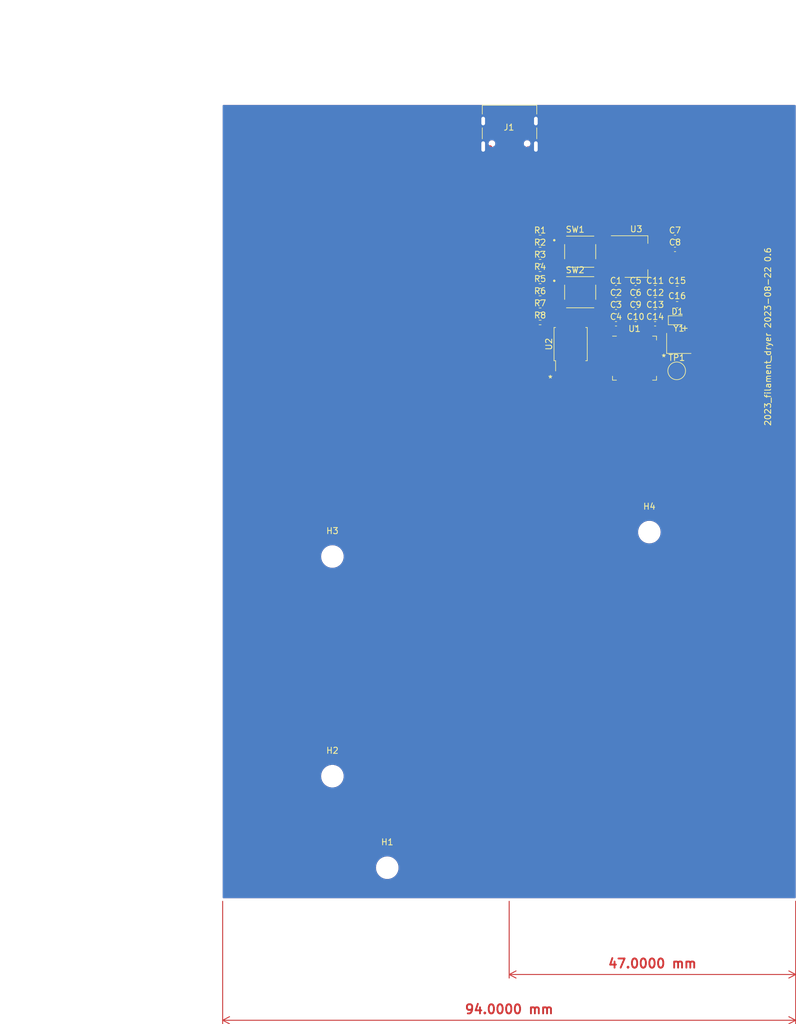
<source format=kicad_pcb>
(kicad_pcb (version 20221018) (generator pcbnew)
  (title_block (title "2023_filament_dryer") (date "2023-08-22") (rev "0.6") (company "Salami Brothers") (comment 1 "Released under MIT Open-source License"))
  (layers (0 "F.Cu" signal) (31 "B.Cu" signal) (34 "B.Paste" user) (35 "F.Paste" user) (36 "B.SilkS" user "B.Silkscreen") (37 "F.SilkS" user "F.Silkscreen") (38 "B.Mask" user) (39 "F.Mask" user) (44 "Edge.Cuts" user))
  (net 0 "")
  (net 1 "GND")
  (net 2 "/USB_D+")
  (net 3 "/USB_D-")
  (net 4 "Net-(J1-CC1)")
  (net 6 "Net-(J1-CC2)")
  (net 8 "+5V")
  (net 9 "+1V1")
  (net 10 "+3V3")
  (net 11 "/XIN")
  (net 12 "Net-(C8-Pad1)")
  (net 13 "Net-(D1-K)")
  (net 14 "Net-(U1-USB-DP)")
  (net 15 "Net-(U1-USB-DM)")
  (net 16 "/RUN")
  (net 17 "/QSPI_SS")
  (net 18 "/XOUT")
  (net 51 "/QSPI_SD3")
  (net 52 "/QSPI_SCLK")
  (net 53 "/QSPI_SD0")
  (net 54 "/QSPI_SD2")
  (net 55 "/QSPI_SD1")
  (footprint "00_project_library:LED_0603_1608Metric" (layer "F.Cu") (at 128.5928 75.2792)
    (fp_text reference "D1" (at 0 -1.43) (layer "F.SilkS"))
    (fp_text value "LED GREEN")
    (fp_text user "+" (at 0.508 1.8288 unlocked) (layer "F.SilkS") (effects (justify left bottom)))
    (fp_line (start -1.485 -0.735) (end -1.485 0.735) (stroke (width 0.12)) (layer "F.SilkS"))
    (fp_line (start -1.485 0.735) (end 0.8 0.735) (stroke (width 0.12)) (layer "F.SilkS"))
    (fp_line (start 0.8 -0.735) (end -1.485 -0.735) (stroke (width 0.12)) (layer "F.SilkS"))
    (pad "1" smd roundrect (at -0.7875 0) (size 0.875 0.95) (layers "F.Cu" "F.Paste" "F.Mask") (net 13 "Net-(D1-K)"))
    (pad "2" smd roundrect (at 0.7875 0) (size 0.875 0.95) (layers "F.Cu" "F.Paste" "F.Mask") (net 10 "+3V3"))
  )
  (footprint "Capacitor_SMD:C_0402_1005Metric_Pad0.74x0.62mm_HandSolder" (layer "F.Cu") (at 118.5228 73.8892)
    (fp_text reference "C3" (at 0 -1.16) (layer "F.SilkS"))
    (fp_text value "1u")
    (fp_line (start -0.115835 -0.36) (end 0.115835 -0.36) (stroke (width 0.12)) (layer "F.SilkS"))
    (fp_line (start -0.115835 0.36) (end 0.115835 0.36) (stroke (width 0.12)) (layer "F.SilkS"))
    (pad "1" smd roundrect (at -0.5675 0) (size 0.735 0.62) (layers "F.Cu" "F.Paste" "F.Mask") (net 9 "+1V1"))
    (pad "2" smd roundrect (at 0.5675 0) (size 0.735 0.62) (layers "F.Cu" "F.Paste" "F.Mask") (net 1 "GND"))
  )
  (footprint "Capacitor_SMD:C_0402_1005Metric_Pad0.74x0.62mm_HandSolder" (layer "F.Cu") (at 121.7328 69.9492)
    (fp_text reference "C5" (at 0 -1.16) (layer "F.SilkS"))
    (fp_text value "100n")
    (fp_line (start -0.115835 -0.36) (end 0.115835 -0.36) (stroke (width 0.12)) (layer "F.SilkS"))
    (fp_line (start -0.115835 0.36) (end 0.115835 0.36) (stroke (width 0.12)) (layer "F.SilkS"))
    (pad "1" smd roundrect (at -0.5675 0) (size 0.735 0.62) (layers "F.Cu" "F.Paste" "F.Mask") (net 10 "+3V3"))
    (pad "2" smd roundrect (at 0.5675 0) (size 0.735 0.62) (layers "F.Cu" "F.Paste" "F.Mask") (net 1 "GND"))
  )
  (footprint "Capacitor_SMD:C_0402_1005Metric_Pad0.74x0.62mm_HandSolder" (layer "F.Cu") (at 121.7328 75.8592)
    (fp_text reference "C10" (at 0 -1.16) (layer "F.SilkS"))
    (fp_text value "100n")
    (fp_line (start -0.115835 -0.36) (end 0.115835 -0.36) (stroke (width 0.12)) (layer "F.SilkS"))
    (fp_line (start -0.115835 0.36) (end 0.115835 0.36) (stroke (width 0.12)) (layer "F.SilkS"))
    (pad "1" smd roundrect (at -0.5675 0) (size 0.735 0.62) (layers "F.Cu" "F.Paste" "F.Mask") (net 10 "+3V3"))
    (pad "2" smd roundrect (at 0.5675 0) (size 0.735 0.62) (layers "F.Cu" "F.Paste" "F.Mask") (net 1 "GND"))
  )
  (footprint "Capacitor_SMD:C_0402_1005Metric" (layer "F.Cu") (at 128.2028 61.6992)
    (fp_text reference "C7" (at 0 -1.16) (layer "F.SilkS"))
    (fp_text value "30p")
    (fp_line (start -0.107836 -0.36) (end 0.107836 -0.36) (stroke (width 0.12)) (layer "F.SilkS"))
    (fp_line (start -0.107836 0.36) (end 0.107836 0.36) (stroke (width 0.12)) (layer "F.SilkS"))
    (pad "1" smd roundrect (at -0.48 0) (size 0.56 0.62) (layers "F.Cu" "F.Paste" "F.Mask") (net 11 "/XIN"))
    (pad "2" smd roundrect (at 0.48 0) (size 0.56 0.62) (layers "F.Cu" "F.Paste" "F.Mask") (net 1 "GND"))
  )
  (footprint "00_project_library:SW_TS-1187A-B-A-B" (layer "F.Cu") (at 112.6478 70.6892)
    (fp_text reference "SW2" (at -0.825 -3.635) (layer "F.SilkS"))
    (fp_text value "SW_MEC_5E")
    (fp_line (start -2.55 -1.18) (end -2.55 1.18) (stroke (width 0.127)) (layer "F.SilkS"))
    (fp_line (start 2.25 -2.55) (end -2.25 -2.55) (stroke (width 0.127)) (layer "F.SilkS"))
    (fp_line (start 2.25 2.55) (end -2.25 2.55) (stroke (width 0.127)) (layer "F.SilkS"))
    (fp_line (start 2.55 1.18) (end 2.55 -1.18) (stroke (width 0.127)) (layer "F.SilkS"))
    (fp_circle (center -4.25 -1.875) (end -4.15 -1.875) (stroke (width 0.2)) (fill none) (layer "F.SilkS"))
    (pad "1" smd rect (at -3 -1.875) (size 1 0.75) (layers "F.Cu" "F.Paste" "F.Mask") (net 1 "GND"))
    (pad "2" smd rect (at 3 -1.875) (size 1 0.75) (layers "F.Cu" "F.Paste" "F.Mask") (net 1 "GND"))
    (pad "3" smd rect (at -3 1.875) (size 1 0.75) (layers "F.Cu" "F.Paste" "F.Mask") (net 17 "/QSPI_SS"))
    (pad "4" smd rect (at 3 1.875) (size 1 0.75) (layers "F.Cu" "F.Paste" "F.Mask") (net 17 "/QSPI_SS"))
  )
  (footprint "Capacitor_SMD:C_0402_1005Metric_Pad0.74x0.62mm_HandSolder" (layer "F.Cu") (at 118.5228 69.9492)
    (fp_text reference "C1" (at 0 -1.16) (layer "F.SilkS"))
    (fp_text value "100n")
    (fp_line (start -0.115835 -0.36) (end 0.115835 -0.36) (stroke (width 0.12)) (layer "F.SilkS"))
    (fp_line (start -0.115835 0.36) (end 0.115835 0.36) (stroke (width 0.12)) (layer "F.SilkS"))
    (pad "1" smd roundrect (at -0.5675 0) (size 0.735 0.62) (layers "F.Cu" "F.Paste" "F.Mask") (net 9 "+1V1"))
    (pad "2" smd roundrect (at 0.5675 0) (size 0.735 0.62) (layers "F.Cu" "F.Paste" "F.Mask") (net 1 "GND"))
  )
  (footprint "MountingHole:MountingHole_3.2mm_M3" (layer "F.Cu") (at 72 114)
    (fp_text reference "H3" (at 0 -4.2) (layer "F.SilkS"))
    (fp_text value "MountingHole")
    (pad "" np_thru_hole circle locked (at 0 0) (size 3.2 3.2) (drill 3.2) (layers "*.Cu" "*.Mask"))
  )
  (footprint "Capacitor_SMD:C_0603_1608Metric" (layer "F.Cu") (at 128.5528 70.2192)
    (fp_text reference "C15" (at 0 -1.43) (layer "F.SilkS"))
    (fp_text value "10u")
    (fp_line (start -0.14058 -0.51) (end 0.14058 -0.51) (stroke (width 0.12)) (layer "F.SilkS"))
    (fp_line (start -0.14058 0.51) (end 0.14058 0.51) (stroke (width 0.12)) (layer "F.SilkS"))
    (pad "1" smd roundrect (at -0.775 0) (size 0.9 0.95) (layers "F.Cu" "F.Paste" "F.Mask") (net 8 "+5V"))
    (pad "2" smd roundrect (at 0.775 0) (size 0.9 0.95) (layers "F.Cu" "F.Paste" "F.Mask") (net 1 "GND"))
  )
  (footprint "Resistor_SMD:R_0402_1005Metric_Pad0.72x0.64mm_HandSolder" (layer "F.Cu") (at 106.0728 61.7092)
    (fp_text reference "R1" (at 0 -1.17) (layer "F.SilkS"))
    (fp_text value "5.1K")
    (fp_line (start -0.167621 -0.38) (end 0.167621 -0.38) (stroke (width 0.12)) (layer "F.SilkS"))
    (fp_line (start -0.167621 0.38) (end 0.167621 0.38) (stroke (width 0.12)) (layer "F.SilkS"))
    (pad "1" smd roundrect (at -0.5975 0) (size 0.715 0.64) (layers "F.Cu" "F.Paste" "F.Mask") (net 4 "Net-(J1-CC1)"))
    (pad "2" smd roundrect (at 0.5975 0) (size 0.715 0.64) (layers "F.Cu" "F.Paste" "F.Mask") (net 1 "GND"))
  )
  (footprint "Capacitor_SMD:C_0402_1005Metric_Pad0.74x0.62mm_HandSolder" (layer "F.Cu") (at 121.7328 71.9192)
    (fp_text reference "C6" (at 0 -1.16) (layer "F.SilkS"))
    (fp_text value "100n")
    (fp_line (start -0.115835 -0.36) (end 0.115835 -0.36) (stroke (width 0.12)) (layer "F.SilkS"))
    (fp_line (start -0.115835 0.36) (end 0.115835 0.36) (stroke (width 0.12)) (layer "F.SilkS"))
    (pad "1" smd roundrect (at -0.5675 0) (size 0.735 0.62) (layers "F.Cu" "F.Paste" "F.Mask") (net 10 "+3V3"))
    (pad "2" smd roundrect (at 0.5675 0) (size 0.735 0.62) (layers "F.Cu" "F.Paste" "F.Mask") (net 1 "GND"))
  )
  (footprint "Package_TO_SOT_SMD:SOT-223-3_TabPin2" (layer "F.Cu") (at 121.8428 64.8392)
    (fp_text reference "U3" (at 0 -4.5) (layer "F.SilkS"))
    (fp_text value "AMS1117-3.3")
    (fp_line (start -4.1 -3.41) (end 1.91 -3.41) (stroke (width 0.12)) (layer "F.SilkS"))
    (fp_line (start -1.85 3.41) (end 1.91 3.41) (stroke (width 0.12)) (layer "F.SilkS"))
    (fp_line (start 1.91 -3.41) (end 1.91 -2.15) (stroke (width 0.12)) (layer "F.SilkS"))
    (fp_line (start 1.91 3.41) (end 1.91 2.15) (stroke (width 0.12)) (layer "F.SilkS"))
    (pad "1" smd rect (at -3.15 -2.3) (size 2 1.5) (layers "F.Cu" "F.Paste" "F.Mask") (net 1 "GND"))
    (pad "2" smd rect (at -3.15 0) (size 2 1.5) (layers "F.Cu" "F.Paste" "F.Mask") (net 10 "+3V3"))
    (pad "2" smd rect (at 3.15 0) (size 2 3.8) (layers "F.Cu" "F.Paste" "F.Mask") (net 10 "+3V3"))
    (pad "3" smd rect (at -3.15 2.3) (size 2 1.5) (layers "F.Cu" "F.Paste" "F.Mask") (net 8 "+5V"))
  )
  (footprint "Capacitor_SMD:C_0402_1005Metric_Pad0.74x0.62mm_HandSolder" (layer "F.Cu") (at 124.9428 69.9492)
    (fp_text reference "C11" (at 0 -1.16) (layer "F.SilkS"))
    (fp_text value "100n")
    (fp_line (start -0.115835 -0.36) (end 0.115835 -0.36) (stroke (width 0.12)) (layer "F.SilkS"))
    (fp_line (start -0.115835 0.36) (end 0.115835 0.36) (stroke (width 0.12)) (layer "F.SilkS"))
    (pad "1" smd roundrect (at -0.5675 0) (size 0.735 0.62) (layers "F.Cu" "F.Paste" "F.Mask") (net 10 "+3V3"))
    (pad "2" smd roundrect (at 0.5675 0) (size 0.735 0.62) (layers "F.Cu" "F.Paste" "F.Mask") (net 1 "GND"))
  )
  (footprint "Resistor_SMD:R_0402_1005Metric_Pad0.72x0.64mm_HandSolder" (layer "F.Cu") (at 106.0728 69.6692)
    (fp_text reference "R5" (at 0 -1.17) (layer "F.SilkS"))
    (fp_text value "10K")
    (fp_line (start -0.167621 -0.38) (end 0.167621 -0.38) (stroke (width 0.12)) (layer "F.SilkS"))
    (fp_line (start -0.167621 0.38) (end 0.167621 0.38) (stroke (width 0.12)) (layer "F.SilkS"))
    (pad "1" smd roundrect (at -0.5975 0) (size 0.715 0.64) (layers "F.Cu" "F.Paste" "F.Mask") (net 10 "+3V3"))
    (pad "2" smd roundrect (at 0.5975 0) (size 0.715 0.64) (layers "F.Cu" "F.Paste" "F.Mask") (net 16 "/RUN"))
  )
  (footprint "Resistor_SMD:R_0402_1005Metric_Pad0.72x0.64mm_HandSolder" (layer "F.Cu") (at 106.0728 65.6892)
    (fp_text reference "R3" (at 0 -1.17) (layer "F.SilkS"))
    (fp_text value "27R")
    (fp_line (start -0.167621 -0.38) (end 0.167621 -0.38) (stroke (width 0.12)) (layer "F.SilkS"))
    (fp_line (start -0.167621 0.38) (end 0.167621 0.38) (stroke (width 0.12)) (layer "F.SilkS"))
    (pad "1" smd roundrect (at -0.5975 0) (size 0.715 0.64) (layers "F.Cu" "F.Paste" "F.Mask") (net 2 "/USB_D+"))
    (pad "2" smd roundrect (at 0.5975 0) (size 0.715 0.64) (layers "F.Cu" "F.Paste" "F.Mask") (net 14 "Net-(U1-USB-DP)"))
  )
  (footprint "MountingHole:MountingHole_3.2mm_M3" (layer "F.Cu") (at 72 150)
    (fp_text reference "H2" (at 0 -4.2) (layer "F.SilkS"))
    (fp_text value "MountingHole")
    (pad "" np_thru_hole circle locked (at 0 0) (size 3.2 3.2) (drill 3.2) (layers "*.Cu" "*.Mask"))
  )
  (footprint "Capacitor_SMD:C_0603_1608Metric" (layer "F.Cu") (at 128.5528 72.7292)
    (fp_text reference "C16" (at 0 -1.43) (layer "F.SilkS"))
    (fp_text value "10u")
    (fp_line (start -0.14058 -0.51) (end 0.14058 -0.51) (stroke (width 0.12)) (layer "F.SilkS"))
    (fp_line (start -0.14058 0.51) (end 0.14058 0.51) (stroke (width 0.12)) (layer "F.SilkS"))
    (pad "1" smd roundrect (at -0.775 0) (size 0.9 0.95) (layers "F.Cu" "F.Paste" "F.Mask") (net 10 "+3V3"))
    (pad "2" smd roundrect (at 0.775 0) (size 0.9 0.95) (layers "F.Cu" "F.Paste" "F.Mask") (net 1 "GND"))
  )
  (footprint "00_project_library:SW_TS-1187A-B-A-B" (layer "F.Cu") (at 112.6478 64.0392)
    (fp_text reference "SW1" (at -0.825 -3.635) (layer "F.SilkS"))
    (fp_text value "SW_MEC_5E")
    (fp_line (start -2.55 -1.18) (end -2.55 1.18) (stroke (width 0.127)) (layer "F.SilkS"))
    (fp_line (start 2.25 -2.55) (end -2.25 -2.55) (stroke (width 0.127)) (layer "F.SilkS"))
    (fp_line (start 2.25 2.55) (end -2.25 2.55) (stroke (width 0.127)) (layer "F.SilkS"))
    (fp_line (start 2.55 1.18) (end 2.55 -1.18) (stroke (width 0.127)) (layer "F.SilkS"))
    (fp_circle (center -4.25 -1.875) (end -4.15 -1.875) (stroke (width 0.2)) (fill none) (layer "F.SilkS"))
    (pad "1" smd rect (at -3 -1.875) (size 1 0.75) (layers "F.Cu" "F.Paste" "F.Mask") (net 1 "GND"))
    (pad "2" smd rect (at 3 -1.875) (size 1 0.75) (layers "F.Cu" "F.Paste" "F.Mask") (net 1 "GND"))
    (pad "3" smd rect (at -3 1.875) (size 1 0.75) (layers "F.Cu" "F.Paste" "F.Mask") (net 16 "/RUN"))
    (pad "4" smd rect (at 3 1.875) (size 1 0.75) (layers "F.Cu" "F.Paste" "F.Mask") (net 16 "/RUN"))
  )
  (footprint "Capacitor_SMD:C_0402_1005Metric_Pad0.74x0.62mm_HandSolder" (layer "F.Cu") (at 118.5228 75.8592)
    (fp_text reference "C4" (at 0 -1.16) (layer "F.SilkS"))
    (fp_text value "1u")
    (fp_line (start -0.115835 -0.36) (end 0.115835 -0.36) (stroke (width 0.12)) (layer "F.SilkS"))
    (fp_line (start -0.115835 0.36) (end 0.115835 0.36) (stroke (width 0.12)) (layer "F.SilkS"))
    (pad "1" smd roundrect (at -0.5675 0) (size 0.735 0.62) (layers "F.Cu" "F.Paste" "F.Mask") (net 10 "+3V3"))
    (pad "2" smd roundrect (at 0.5675 0) (size 0.735 0.62) (layers "F.Cu" "F.Paste" "F.Mask") (net 1 "GND"))
  )
  (footprint "MountingHole:MountingHole_3.2mm_M3" (layer "F.Cu") (at 124 110)
    (fp_text reference "H4" (at 0 -4.2) (layer "F.SilkS"))
    (fp_text value "MountingHole")
    (pad "" np_thru_hole circle locked (at 0 0) (size 3.2 3.2) (drill 3.2) (layers "*.Cu" "*.Mask"))
  )
  (footprint "Capacitor_SMD:C_0402_1005Metric_Pad0.74x0.62mm_HandSolder" (layer "F.Cu") (at 124.9428 73.8892)
    (fp_text reference "C13" (at 0 -1.16) (layer "F.SilkS"))
    (fp_text value "100n")
    (fp_line (start -0.115835 -0.36) (end 0.115835 -0.36) (stroke (width 0.12)) (layer "F.SilkS"))
    (fp_line (start -0.115835 0.36) (end 0.115835 0.36) (stroke (width 0.12)) (layer "F.SilkS"))
    (pad "1" smd roundrect (at -0.5675 0) (size 0.735 0.62) (layers "F.Cu" "F.Paste" "F.Mask") (net 10 "+3V3"))
    (pad "2" smd roundrect (at 0.5675 0) (size 0.735 0.62) (layers "F.Cu" "F.Paste" "F.Mask") (net 1 "GND"))
  )
  (footprint "Capacitor_SMD:C_0402_1005Metric_Pad0.74x0.62mm_HandSolder" (layer "F.Cu") (at 118.5228 71.9192)
    (fp_text reference "C2" (at 0 -1.16) (layer "F.SilkS"))
    (fp_text value "100n")
    (fp_line (start -0.115835 -0.36) (end 0.115835 -0.36) (stroke (width 0.12)) (layer "F.SilkS"))
    (fp_line (start -0.115835 0.36) (end 0.115835 0.36) (stroke (width 0.12)) (layer "F.SilkS"))
    (pad "1" smd roundrect (at -0.5675 0) (size 0.735 0.62) (layers "F.Cu" "F.Paste" "F.Mask") (net 9 "+1V1"))
    (pad "2" smd roundrect (at 0.5675 0) (size 0.735 0.62) (layers "F.Cu" "F.Paste" "F.Mask") (net 1 "GND"))
  )
  (footprint "TestPoint:TestPoint_Pad_D2.5mm" (layer "F.Cu") (at 128.4828 83.5692)
    (fp_text reference "TP1" (at 0 -2.148) (layer "F.SilkS"))
    (fp_text value "TestPoint")
    (fp_circle (center 0 0) (end 0 1.45) (stroke (width 0.12)) (fill none) (layer "F.SilkS"))
    (pad "1" smd circle (at 0 0) (size 2.5 2.5) (layers "F.Cu" "F.Mask") (net 17 "/QSPI_SS"))
  )
  (footprint "Package_DFN_QFN:QFN-56-1EP_7x7mm_P0.4mm_EP5.6x5.6mm" (layer "F.Cu") (at 121.5628 81.4892)
    (fp_text reference "U1" (at 0 -4.82) (layer "F.SilkS"))
    (fp_text value "RP2040")
    (fp_line (start -3.61 3.61) (end -3.61 2.96) (stroke (width 0.12)) (layer "F.SilkS"))
    (fp_line (start -2.96 -3.61) (end -3.61 -3.61) (stroke (width 0.12)) (layer "F.SilkS"))
    (fp_line (start -2.96 3.61) (end -3.61 3.61) (stroke (width 0.12)) (layer "F.SilkS"))
    (fp_line (start 2.96 -3.61) (end 3.61 -3.61) (stroke (width 0.12)) (layer "F.SilkS"))
    (fp_line (start 2.96 3.61) (end 3.61 3.61) (stroke (width 0.12)) (layer "F.SilkS"))
    (fp_line (start 3.61 -3.61) (end 3.61 -2.96) (stroke (width 0.12)) (layer "F.SilkS"))
    (fp_line (start 3.61 3.61) (end 3.61 2.96) (stroke (width 0.12)) (layer "F.SilkS"))
    (pad "1" smd roundrect (at -3.4375 -2.6) (size 0.875 0.2) (layers "F.Cu" "F.Paste" "F.Mask") (net 10 "+3V3"))
    (pad "2" smd roundrect (at -3.4375 -2.2) (size 0.875 0.2) (layers "F.Cu" "F.Paste" "F.Mask"))
    (pad "3" smd roundrect (at -3.4375 -1.8) (size 0.875 0.2) (layers "F.Cu" "F.Paste" "F.Mask"))
    (pad "4" smd roundrect (at -3.4375 -1.4) (size 0.875 0.2) (layers "F.Cu" "F.Paste" "F.Mask"))
    (pad "5" smd roundrect (at -3.4375 -1) (size 0.875 0.2) (layers "F.Cu" "F.Paste" "F.Mask"))
    (pad "6" smd roundrect (at -3.4375 -0.6) (size 0.875 0.2) (layers "F.Cu" "F.Paste" "F.Mask"))
    (pad "7" smd roundrect (at -3.4375 -0.2) (size 0.875 0.2) (layers "F.Cu" "F.Paste" "F.Mask"))
    (pad "8" smd roundrect (at -3.4375 0.2) (size 0.875 0.2) (layers "F.Cu" "F.Paste" "F.Mask"))
    (pad "9" smd roundrect (at -3.4375 0.6) (size 0.875 0.2) (layers "F.Cu" "F.Paste" "F.Mask"))
    (pad "10" smd roundrect (at -3.4375 1) (size 0.875 0.2) (layers "F.Cu" "F.Paste" "F.Mask") (net 10 "+3V3"))
    (pad "11" smd roundrect (at -3.4375 1.4) (size 0.875 0.2) (layers "F.Cu" "F.Paste" "F.Mask"))
    (pad "12" smd roundrect (at -3.4375 1.8) (size 0.875 0.2) (layers "F.Cu" "F.Paste" "F.Mask"))
    (pad "13" smd roundrect (at -3.4375 2.2) (size 0.875 0.2) (layers "F.Cu" "F.Paste" "F.Mask"))
    (pad "14" smd roundrect (at -3.4375 2.6) (size 0.875 0.2) (layers "F.Cu" "F.Paste" "F.Mask"))
    (pad "15" smd roundrect (at -2.6 3.4375) (size 0.2 0.875) (layers "F.Cu" "F.Paste" "F.Mask"))
    (pad "16" smd roundrect (at -2.2 3.4375) (size 0.2 0.875) (layers "F.Cu" "F.Paste" "F.Mask"))
    (pad "17" smd roundrect (at -1.8 3.4375) (size 0.2 0.875) (layers "F.Cu" "F.Paste" "F.Mask"))
    (pad "18" smd roundrect (at -1.4 3.4375) (size 0.2 0.875) (layers "F.Cu" "F.Paste" "F.Mask"))
    (pad "19" smd roundrect (at -1 3.4375) (size 0.2 0.875) (layers "F.Cu" "F.Paste" "F.Mask") (net 1 "GND"))
    (pad "20" smd roundrect (at -0.6 3.4375) (size 0.2 0.875) (layers "F.Cu" "F.Paste" "F.Mask") (net 11 "/XIN"))
    (pad "21" smd roundrect (at -0.2 3.4375) (size 0.2 0.875) (layers "F.Cu" "F.Paste" "F.Mask") (net 18 "/XOUT"))
    (pad "22" smd roundrect (at 0.2 3.4375) (size 0.2 0.875) (layers "F.Cu" "F.Paste" "F.Mask") (net 10 "+3V3"))
    (pad "23" smd roundrect (at 0.6 3.4375) (size 0.2 0.875) (layers "F.Cu" "F.Paste" "F.Mask") (net 9 "+1V1"))
    (pad "24" smd roundrect (at 1 3.4375) (size 0.2 0.875) (layers "F.Cu" "F.Paste" "F.Mask"))
    (pad "25" smd roundrect (at 1.4 3.4375) (size 0.2 0.875) (layers "F.Cu" "F.Paste" "F.Mask"))
    (pad "26" smd roundrect (at 1.8 3.4375) (size 0.2 0.875) (layers "F.Cu" "F.Paste" "F.Mask") (net 16 "/RUN"))
    (pad "27" smd roundrect (at 2.2 3.4375) (size 0.2 0.875) (layers "F.Cu" "F.Paste" "F.Mask"))
    (pad "28" smd roundrect (at 2.6 3.4375) (size 0.2 0.875) (layers "F.Cu" "F.Paste" "F.Mask"))
    (pad "29" smd roundrect (at 3.4375 2.6) (size 0.875 0.2) (layers "F.Cu" "F.Paste" "F.Mask"))
    (pad "30" smd roundrect (at 3.4375 2.2) (size 0.875 0.2) (layers "F.Cu" "F.Paste" "F.Mask"))
    (pad "31" smd roundrect (at 3.4375 1.8) (size 0.875 0.2) (layers "F.Cu" "F.Paste" "F.Mask"))
    (pad "32" smd roundrect (at 3.4375 1.4) (size 0.875 0.2) (layers "F.Cu" "F.Paste" "F.Mask"))
    (pad "33" smd roundrect (at 3.4375 1) (size 0.875 0.2) (layers "F.Cu" "F.Paste" "F.Mask") (net 10 "+3V3"))
    (pad "34" smd roundrect (at 3.4375 0.6) (size 0.875 0.2) (layers "F.Cu" "F.Paste" "F.Mask"))
    (pad "35" smd roundrect (at 3.4375 0.2) (size 0.875 0.2) (layers "F.Cu" "F.Paste" "F.Mask"))
    (pad "36" smd roundrect (at 3.4375 -0.2) (size 0.875 0.2) (layers "F.Cu" "F.Paste" "F.Mask"))
    (pad "37" smd roundrect (at 3.4375 -0.6) (size 0.875 0.2) (layers "F.Cu" "F.Paste" "F.Mask"))
    (pad "38" smd roundrect (at 3.4375 -1) (size 0.875 0.2) (layers "F.Cu" "F.Paste" "F.Mask"))
    (pad "39" smd roundrect (at 3.4375 -1.4) (size 0.875 0.2) (layers "F.Cu" "F.Paste" "F.Mask"))
    (pad "40" smd roundrect (at 3.4375 -1.8) (size 0.875 0.2) (layers "F.Cu" "F.Paste" "F.Mask"))
    (pad "41" smd roundrect (at 3.4375 -2.2) (size 0.875 0.2) (layers "F.Cu" "F.Paste" "F.Mask"))
    (pad "42" smd roundrect (at 3.4375 -2.6) (size 0.875 0.2) (layers "F.Cu" "F.Paste" "F.Mask") (net 10 "+3V3"))
    (pad "43" smd roundrect (at 2.6 -3.4375) (size 0.2 0.875) (layers "F.Cu" "F.Paste" "F.Mask") (net 10 "+3V3"))
    (pad "44" smd roundrect (at 2.2 -3.4375) (size 0.2 0.875) (layers "F.Cu" "F.Paste" "F.Mask") (net 10 "+3V3"))
    (pad "45" smd roundrect (at 1.8 -3.4375) (size 0.2 0.875) (layers "F.Cu" "F.Paste" "F.Mask") (net 9 "+1V1"))
    (pad "46" smd roundrect (at 1.4 -3.4375) (size 0.2 0.875) (layers "F.Cu" "F.Paste" "F.Mask") (net 15 "Net-(U1-USB-DM)"))
    (pad "47" smd roundrect (at 1 -3.4375) (size 0.2 0.875) (layers "F.Cu" "F.Paste" "F.Mask") (net 14 "Net-(U1-USB-DP)"))
    (pad "48" smd roundrect (at 0.6 -3.4375) (size 0.2 0.875) (layers "F.Cu" "F.Paste" "F.Mask") (net 10 "+3V3"))
    (pad "49" smd roundrect (at 0.2 -3.4375) (size 0.2 0.875) (layers "F.Cu" "F.Paste" "F.Mask") (net 10 "+3V3"))
    (pad "50" smd roundrect (at -0.2 -3.4375) (size 0.2 0.875) (layers "F.Cu" "F.Paste" "F.Mask") (net 9 "+1V1"))
    (pad "51" smd roundrect (at -0.6 -3.4375) (size 0.2 0.875) (layers "F.Cu" "F.Paste" "F.Mask") (net 51 "/QSPI_SD3"))
    (pad "52" smd roundrect (at -1 -3.4375) (size 0.2 0.875) (layers "F.Cu" "F.Paste" "F.Mask") (net 52 "/QSPI_SCLK"))
    (pad "53" smd roundrect (at -1.4 -3.4375) (size 0.2 0.875) (layers "F.Cu" "F.Paste" "F.Mask") (net 53 "/QSPI_SD0"))
    (pad "54" smd roundrect (at -1.8 -3.4375) (size 0.2 0.875) (layers "F.Cu" "F.Paste" "F.Mask") (net 54 "/QSPI_SD2"))
    (pad "55" smd roundrect (at -2.2 -3.4375) (size 0.2 0.875) (layers "F.Cu" "F.Paste" "F.Mask") (net 55 "/QSPI_SD1"))
    (pad "56" smd roundrect (at -2.6 -3.4375) (size 0.2 0.875) (layers "F.Cu" "F.Paste" "F.Mask") (net 17 "/QSPI_SS"))
    (pad "57" smd rect (at 0 0) (size 5.6 5.6) (layers "F.Cu" "F.Mask") (net 1 "GND"))
  )
  (footprint "MountingHole:MountingHole_3.2mm_M3" (layer "F.Cu") (at 81 165)
    (fp_text reference "H1" (at 0 -4.2) (layer "F.SilkS"))
    (fp_text value "MountingHole")
    (pad "" np_thru_hole circle locked (at 0 0) (size 3.2 3.2) (drill 3.2) (layers "*.Cu" "*.Mask"))
  )
  (footprint "Capacitor_SMD:C_0402_1005Metric_Pad0.74x0.62mm_HandSolder" (layer "F.Cu") (at 124.9428 71.9192)
    (fp_text reference "C12" (at 0 -1.16) (layer "F.SilkS"))
    (fp_text value "100n")
    (fp_line (start -0.115835 -0.36) (end 0.115835 -0.36) (stroke (width 0.12)) (layer "F.SilkS"))
    (fp_line (start -0.115835 0.36) (end 0.115835 0.36) (stroke (width 0.12)) (layer "F.SilkS"))
    (pad "1" smd roundrect (at -0.5675 0) (size 0.735 0.62) (layers "F.Cu" "F.Paste" "F.Mask") (net 10 "+3V3"))
    (pad "2" smd roundrect (at 0.5675 0) (size 0.735 0.62) (layers "F.Cu" "F.Paste" "F.Mask") (net 1 "GND"))
  )
  (footprint "Capacitor_SMD:C_0402_1005Metric_Pad0.74x0.62mm_HandSolder" (layer "F.Cu") (at 124.9428 75.8592)
    (fp_text reference "C14" (at 0 -1.16) (layer "F.SilkS"))
    (fp_text value "100n")
    (fp_line (start -0.115835 -0.36) (end 0.115835 -0.36) (stroke (width 0.12)) (layer "F.SilkS"))
    (fp_line (start -0.115835 0.36) (end 0.115835 0.36) (stroke (width 0.12)) (layer "F.SilkS"))
    (pad "1" smd roundrect (at -0.5675 0) (size 0.735 0.62) (layers "F.Cu" "F.Paste" "F.Mask") (net 10 "+3V3"))
    (pad "2" smd roundrect (at 0.5675 0) (size 0.735 0.62) (layers "F.Cu" "F.Paste" "F.Mask") (net 1 "GND"))
  )
  (footprint "Resistor_SMD:R_0402_1005Metric_Pad0.72x0.64mm_HandSolder" (layer "F.Cu") (at 106.0728 63.6992)
    (fp_text reference "R2" (at 0 -1.17) (layer "F.SilkS"))
    (fp_text value "5.1K")
    (fp_line (start -0.167621 -0.38) (end 0.167621 -0.38) (stroke (width 0.12)) (layer "F.SilkS"))
    (fp_line (start -0.167621 0.38) (end 0.167621 0.38) (stroke (width 0.12)) (layer "F.SilkS"))
    (pad "1" smd roundrect (at -0.5975 0) (size 0.715 0.64) (layers "F.Cu" "F.Paste" "F.Mask") (net 6 "Net-(J1-CC2)"))
    (pad "2" smd roundrect (at 0.5975 0) (size 0.715 0.64) (layers "F.Cu" "F.Paste" "F.Mask") (net 1 "GND"))
  )
  (footprint "Resistor_SMD:R_0402_1005Metric_Pad0.72x0.64mm_HandSolder" (layer "F.Cu") (at 106.0728 67.6792)
    (fp_text reference "R4" (at 0 -1.17) (layer "F.SilkS"))
    (fp_text value "27R")
    (fp_line (start -0.167621 -0.38) (end 0.167621 -0.38) (stroke (width 0.12)) (layer "F.SilkS"))
    (fp_line (start -0.167621 0.38) (end 0.167621 0.38) (stroke (width 0.12)) (layer "F.SilkS"))
    (pad "1" smd roundrect (at -0.5975 0) (size 0.715 0.64) (layers "F.Cu" "F.Paste" "F.Mask") (net 3 "/USB_D-"))
    (pad "2" smd roundrect (at 0.5975 0) (size 0.715 0.64) (layers "F.Cu" "F.Paste" "F.Mask") (net 15 "Net-(U1-USB-DM)"))
  )
  (footprint "Resistor_SMD:R_0402_1005Metric_Pad0.72x0.64mm_HandSolder" (layer "F.Cu") (at 106.0728 75.6392)
    (fp_text reference "R8" (at 0 -1.17) (layer "F.SilkS"))
    (fp_text value "1k")
    (fp_line (start -0.167621 -0.38) (end 0.167621 -0.38) (stroke (width 0.12)) (layer "F.SilkS"))
    (fp_line (start -0.167621 0.38) (end 0.167621 0.38) (stroke (width 0.12)) (layer "F.SilkS"))
    (pad "1" smd roundrect (at -0.5975 0) (size 0.715 0.64) (layers "F.Cu" "F.Paste" "F.Mask") (net 18 "/XOUT"))
    (pad "2" smd roundrect (at 0.5975 0) (size 0.715 0.64) (layers "F.Cu" "F.Paste" "F.Mask") (net 12 "Net-(C8-Pad1)"))
  )
  (footprint "Capacitor_SMD:C_0402_1005Metric" (layer "F.Cu") (at 128.2028 63.6692)
    (fp_text reference "C8" (at 0 -1.16) (layer "F.SilkS"))
    (fp_text value "30p")
    (fp_line (start -0.107836 -0.36) (end 0.107836 -0.36) (stroke (width 0.12)) (layer "F.SilkS"))
    (fp_line (start -0.107836 0.36) (end 0.107836 0.36) (stroke (width 0.12)) (layer "F.SilkS"))
    (pad "1" smd roundrect (at -0.48 0) (size 0.56 0.62) (layers "F.Cu" "F.Paste" "F.Mask") (net 12 "Net-(C8-Pad1)"))
    (pad "2" smd roundrect (at 0.48 0) (size 0.56 0.62) (layers "F.Cu" "F.Paste" "F.Mask") (net 1 "GND"))
  )
  (footprint "00_project_library:Crystal_SMD_3225-4Pin_3.2x2.5mm" (layer "F.Cu") (at 128.8328 79.0692)
    (fp_text reference "Y1" (at 0 -2.45) (layer "F.SilkS"))
    (fp_text value "Crystal_GND24_Small")
    (fp_text user "*" (at -2.9464 2.8956 unlocked) (layer "F.SilkS") (effects (justify left bottom)))
    (fp_line (start -2 -1.65) (end -2 1.65) (stroke (width 0.12)) (layer "F.SilkS"))
    (fp_line (start -2 1.65) (end 2 1.65) (stroke (width 0.12)) (layer "F.SilkS"))
    (pad "1" smd rect (at -1.1 0.85) (size 1.4 1.2) (layers "F.Cu" "F.Paste" "F.Mask") (net 11 "/XIN"))
    (pad "2" smd rect (at 1.1 0.85) (size 1.4 1.2) (layers "F.Cu" "F.Paste" "F.Mask") (net 1 "GND"))
    (pad "3" smd rect (at 1.1 -0.85) (size 1.4 1.2) (layers "F.Cu" "F.Paste" "F.Mask") (net 12 "Net-(C8-Pad1)"))
    (pad "4" smd rect (at -1.1 -0.85) (size 1.4 1.2) (layers "F.Cu" "F.Paste" "F.Mask") (net 1 "GND"))
  )
  (footprint "Resistor_SMD:R_0402_1005Metric_Pad0.72x0.64mm_HandSolder" (layer "F.Cu") (at 106.0728 71.6592)
    (fp_text reference "R6" (at 0 -1.17) (layer "F.SilkS"))
    (fp_text value "470R")
    (fp_line (start -0.167621 -0.38) (end 0.167621 -0.38) (stroke (width 0.12)) (layer "F.SilkS"))
    (fp_line (start -0.167621 0.38) (end 0.167621 0.38) (stroke (width 0.12)) (layer "F.SilkS"))
    (pad "1" smd roundrect (at -0.5975 0) (size 0.715 0.64) (layers "F.Cu" "F.Paste" "F.Mask") (net 1 "GND"))
    (pad "2" smd roundrect (at 0.5975 0) (size 0.715 0.64) (layers "F.Cu" "F.Paste" "F.Mask") (net 13 "Net-(D1-K)"))
  )
  (footprint "Resistor_SMD:R_0402_1005Metric_Pad0.72x0.64mm_HandSolder" (layer "F.Cu") (at 106.0728 73.6492)
    (fp_text reference "R7" (at 0 -1.17) (layer "F.SilkS"))
    (fp_text value "10K")
    (fp_line (start -0.167621 -0.38) (end 0.167621 -0.38) (stroke (width 0.12)) (layer "F.SilkS"))
    (fp_line (start -0.167621 0.38) (end 0.167621 0.38) (stroke (width 0.12)) (layer "F.SilkS"))
    (pad "1" smd roundrect (at -0.5975 0) (size 0.715 0.64) (layers "F.Cu" "F.Paste" "F.Mask") (net 10 "+3V3"))
    (pad "2" smd roundrect (at 0.5975 0) (size 0.715 0.64) (layers "F.Cu" "F.Paste" "F.Mask") (net 17 "/QSPI_SS"))
  )
  (footprint "Capacitor_SMD:C_0402_1005Metric_Pad0.74x0.62mm_HandSolder" (layer "F.Cu") (at 121.7328 73.8892)
    (fp_text reference "C9" (at 0 -1.16) (layer "F.SilkS"))
    (fp_text value "100n")
    (fp_line (start -0.115835 -0.36) (end 0.115835 -0.36) (stroke (width 0.12)) (layer "F.SilkS"))
    (fp_line (start -0.115835 0.36) (end 0.115835 0.36) (stroke (width 0.12)) (layer "F.SilkS"))
    (pad "1" smd roundrect (at -0.5675 0) (size 0.735 0.62) (layers "F.Cu" "F.Paste" "F.Mask") (net 10 "+3V3"))
    (pad "2" smd roundrect (at 0.5675 0) (size 0.735 0.62) (layers "F.Cu" "F.Paste" "F.Mask") (net 1 "GND"))
  )
  (footprint "00_project_library:SOIC-8_5.23x5.23mm_P1.27mm" (layer "F.Cu") (at 111.0828 79.1892)
    (fp_text reference "U2" (at -3.56 0 90) (layer "F.SilkS"))
    (fp_text value "W25Q128JVS")
    (fp_text user "*" (at -3.81 6.2484 unlocked) (layer "F.SilkS") (effects (justify left bottom)))
    (fp_line (start -2.725 -2.725) (end -2.465 -2.725) (stroke (width 0.12)) (layer "F.SilkS"))
    (fp_line (start -2.725 0) (end -2.725 -2.725) (stroke (width 0.12)) (layer "F.SilkS"))
    (fp_line (start -2.725 0) (end -2.725 2.725) (stroke (width 0.12)) (layer "F.SilkS"))
    (fp_line (start -2.725 2.725) (end -2.465 2.725) (stroke (width 0.12)) (layer "F.SilkS"))
    (fp_line (start -2.465 2.725) (end -2.465 4.4) (stroke (width 0.12)) (layer "F.SilkS"))
    (fp_line (start 2.725 -2.725) (end 2.465 -2.725) (stroke (width 0.12)) (layer "F.SilkS"))
    (fp_line (start 2.725 0) (end 2.725 -2.725) (stroke (width 0.12)) (layer "F.SilkS"))
    (fp_line (start 2.725 0) (end 2.725 2.725) (stroke (width 0.12)) (layer "F.SilkS"))
    (fp_line (start 2.725 2.725) (end 2.465 2.725) (stroke (width 0.12)) (layer "F.SilkS"))
    (pad "1" smd roundrect (at -1.905 3.6 90) (size 1.6 0.6) (layers "F.Cu" "F.Paste" "F.Mask") (net 17 "/QSPI_SS"))
    (pad "2" smd roundrect (at -0.635 3.6 90) (size 1.6 0.6) (layers "F.Cu" "F.Paste" "F.Mask") (net 55 "/QSPI_SD1"))
    (pad "3" smd roundrect (at 0.635 3.6 90) (size 1.6 0.6) (layers "F.Cu" "F.Paste" "F.Mask") (net 54 "/QSPI_SD2"))
    (pad "4" smd roundrect (at 1.905 3.6 90) (size 1.6 0.6) (layers "F.Cu" "F.Paste" "F.Mask") (net 1 "GND"))
    (pad "5" smd roundrect (at 1.905 -3.6 90) (size 1.6 0.6) (layers "F.Cu" "F.Paste" "F.Mask") (net 53 "/QSPI_SD0"))
    (pad "6" smd roundrect (at 0.635 -3.6 90) (size 1.6 0.6) (layers "F.Cu" "F.Paste" "F.Mask") (net 52 "/QSPI_SCLK"))
    (pad "7" smd roundrect (at -0.635 -3.6 90) (size 1.6 0.6) (layers "F.Cu" "F.Paste" "F.Mask") (net 51 "/QSPI_SD3"))
    (pad "8" smd roundrect (at -1.905 -3.6 90) (size 1.6 0.6) (layers "F.Cu" "F.Paste" "F.Mask") (net 10 "+3V3"))
  )
  (footprint "00_project_library:USB_C_Receptacle_Palconn_UTC16-G" (layer "F.Cu") (at 101.058 44.875 180)
    (fp_text reference "J1" (at 0.0932 1.2052 180) (layer "F.SilkS"))
    (fp_text value "USB_C_Receptacle_USB2.0")
    (fp_line (start -4.47 -0.67) (end -4.47 1.13) (stroke (width 0.12)) (layer "F.SilkS"))
    (fp_line (start -4.47 4.84) (end -4.47 3.38) (stroke (width 0.12)) (layer "F.SilkS"))
    (fp_line (start 4.47 -0.67) (end 4.47 1.13) (stroke (width 0.12)) (layer "F.SilkS"))
    (fp_line (start 4.47 4.84) (end -4.47 4.84) (stroke (width 0.12)) (layer "F.SilkS"))
    (fp_line (start 4.47 4.84) (end 4.47 3.38) (stroke (width 0.12)) (layer "F.SilkS"))
    (pad "" np_thru_hole circle locked (at -2.89 -1.45) (size 0.6 0.6) (drill 0.6) (layers "*.Cu" "*.Mask"))
    (pad "" np_thru_hole circle locked (at 2.89 -1.45) (size 0.6 0.6) (drill 0.6) (layers "*.Cu" "*.Mask"))
    (pad "A1" smd rect locked (at -3.2 -2.51 180) (size 0.6 1.16) (layers "F.Cu" "F.Paste" "F.Mask") (net 1 "GND"))
    (pad "A4" smd rect locked (at -2.4 -2.51 180) (size 0.6 1.16) (layers "F.Cu" "F.Paste" "F.Mask") (net 8 "+5V"))
    (pad "A5" smd rect locked (at -1.25 -2.51) (size 0.3 1.16) (layers "F.Cu" "F.Paste" "F.Mask") (net 4 "Net-(J1-CC1)"))
    (pad "A6" smd rect locked (at -0.25 -2.51) (size 0.3 1.16) (layers "F.Cu" "F.Paste" "F.Mask") (net 2 "/USB_D+"))
    (pad "A7" smd rect locked (at 0.25 -2.51) (size 0.3 1.16) (layers "F.Cu" "F.Paste" "F.Mask") (net 3 "/USB_D-"))
    (pad "A8" smd rect locked (at 1.25 -2.51) (size 0.3 1.16) (layers "F.Cu" "F.Paste" "F.Mask"))
    (pad "A9" smd rect locked (at 2.4 -2.51 180) (size 0.6 1.16) (layers "F.Cu" "F.Paste" "F.Mask") (net 8 "+5V"))
    (pad "A12" smd rect locked (at 3.2 -2.51 180) (size 0.6 1.16) (layers "F.Cu" "F.Paste" "F.Mask") (net 1 "GND"))
    (pad "B1" smd rect locked (at 3.2 -2.51 180) (size 0.6 1.16) (layers "F.Cu" "F.Paste" "F.Mask") (net 1 "GND"))
    (pad "B4" smd rect locked (at 2.4 -2.51 180) (size 0.6 1.16) (layers "F.Cu" "F.Paste" "F.Mask") (net 8 "+5V"))
    (pad "B5" smd rect locked (at 1.75 -2.51) (size 0.3 1.16) (layers "F.Cu" "F.Paste" "F.Mask") (net 6 "Net-(J1-CC2)"))
    (pad "B6" smd rect locked (at 0.75 -2.51) (size 0.3 1.16) (layers "F.Cu" "F.Paste" "F.Mask") (net 2 "/USB_D+"))
    (pad "B7" smd rect locked (at -0.75 -2.51) (size 0.3 1.16) (layers "F.Cu" "F.Paste" "F.Mask") (net 3 "/USB_D-"))
    (pad "B8" smd rect locked (at -1.75 -2.51) (size 0.3 1.16) (layers "F.Cu" "F.Paste" "F.Mask"))
    (pad "B9" smd rect locked (at -2.4 -2.51 180) (size 0.6 1.16) (layers "F.Cu" "F.Paste" "F.Mask") (net 8 "+5V"))
    (pad "B12" smd rect locked (at -3.2 -2.51 180) (size 0.6 1.16) (layers "F.Cu" "F.Paste" "F.Mask") (net 1 "GND"))
    (pad "S1" thru_hole oval locked (at -4.32 -1.93 270) (size 2 0.9) (drill oval 1.7 0.6) (layers "*.Cu" "*.Mask") (net 1 "GND"))
    (pad "S1" thru_hole oval locked (at -4.32 2.24 270) (size 1.7 0.9) (drill oval 1.4 0.6) (layers "*.Cu" "*.Mask") (net 1 "GND"))
    (pad "S1" thru_hole oval locked (at 4.32 -1.93 270) (size 2 0.9) (drill oval 1.7 0.6) (layers "*.Cu" "*.Mask") (net 1 "GND"))
    (pad "S1" thru_hole oval locked (at 4.32 2.24 270) (size 1.7 0.9) (drill oval 1.4 0.6) (layers "*.Cu" "*.Mask") (net 1 "GND"))
  )
  (gr_text "${TITLE} ${ISSUE_DATE} ${REVISION}" (at 144.0276 92.6824 90) (layer "F.SilkS") (effects (font (size 1 1)) (justify left bottom)))
  (dimension (type aligned) (layer "F.Cu") (pts (xy 54 170) (xy 148 170)) (height 20) (gr_text "94.0000 mm" (at 101 188.2) (layer "F.Cu") (effects (font (size 1.5 1.5) (thickness 0.3)))) (format (prefix "") (suffix "") (units 3) (units_format 1) (precision 4)) (style (thickness 0.15) (arrow_length 1.27) (text_position_mode 0) (extension_height 0.58642) (extension_offset 0.5) keep_text_aligned))
  (dimension (type aligned) (layer "F.Cu") (pts (xy 101 170) (xy 148 170)) (height 12.5) (gr_text "47.0000 mm" (at 124.5 180.7) (layer "F.Cu") (effects (font (size 1.5 1.5) (thickness 0.3)))) (format (prefix "") (suffix "") (units 3) (units_format 1) (precision 4)) (style (thickness 0.15) (arrow_length 1.27) (text_position_mode 0) (extension_height 0.58642) (extension_offset 0.5) keep_text_aligned))
  (segment (start 97.892 46.914) (end 97.352 46.914) (width 0.6) (layer "F.Cu") (net 1))
  (segment (start 97.352 46.914) (end 96.772 46.334) (width 0.6) (layer "F.Cu") (net 1))
  (segment (start 104.832 46.914) (end 105.412 46.334) (width 0.6) (layer "F.Cu") (net 1))
  (segment (start 96.772 42.164) (end 105.412 42.164) (width 0.6) (layer "F.Cu") (net 1))
  (zone (net 1) (net_name "GND") (layers "F&B.Cu") (priority 1) (connect_pads yes (clearance 0.18)) (min_thickness 0.25) (fill yes (thermal_gap 0.5) (thermal_bridge_width 0.5))
    (polygon (pts (xy 54 40) (xy 148 40) (xy 148 170) (xy 54 170)))
  )
)
</source>
